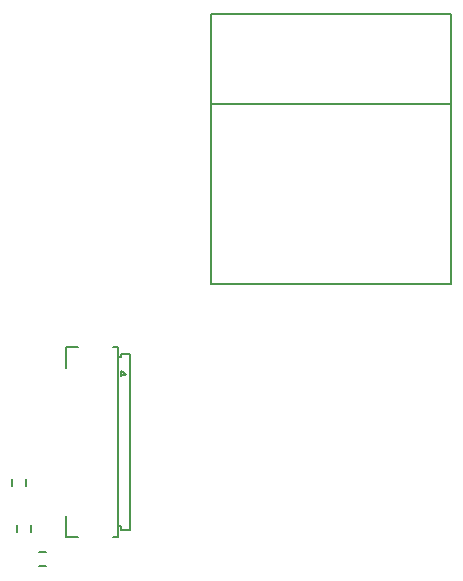
<source format=gbo>
G75*
%MOIN*%
%OFA0B0*%
%FSLAX25Y25*%
%IPPOS*%
%LPD*%
%AMOC8*
5,1,8,0,0,1.08239X$1,22.5*
%
%ADD10C,0.00600*%
%ADD11C,0.00800*%
%ADD12C,0.00500*%
D10*
X0015788Y0025941D02*
X0018150Y0025941D01*
X0018150Y0030665D02*
X0015788Y0030665D01*
X0013190Y0037437D02*
X0013190Y0039799D01*
X0008465Y0039799D02*
X0008465Y0037437D01*
X0006733Y0052713D02*
X0006733Y0055075D01*
X0011457Y0055075D02*
X0011457Y0052713D01*
D11*
X0024725Y0042831D02*
X0024725Y0035744D01*
X0028662Y0035744D01*
X0040473Y0035744D02*
X0042048Y0035744D01*
X0042048Y0039287D01*
X0042048Y0095587D01*
X0043229Y0095587D01*
X0043229Y0096768D01*
X0045985Y0096768D01*
X0045985Y0038106D01*
X0043229Y0038106D01*
X0043229Y0039287D01*
X0042048Y0039287D01*
X0043229Y0089287D02*
X0043229Y0090862D01*
X0044804Y0090075D01*
X0043229Y0089287D01*
X0043229Y0089821D02*
X0044296Y0089821D01*
X0043715Y0090619D02*
X0043229Y0090619D01*
X0042048Y0095587D02*
X0042048Y0099130D01*
X0040473Y0099130D01*
X0028662Y0099130D02*
X0024725Y0099130D01*
X0024725Y0092043D01*
D12*
X0073072Y0119917D02*
X0153072Y0119917D01*
X0153072Y0179917D01*
X0153072Y0209917D01*
X0073072Y0209917D01*
X0073072Y0179917D01*
X0153072Y0179917D01*
X0073072Y0179917D02*
X0073072Y0119917D01*
M02*

</source>
